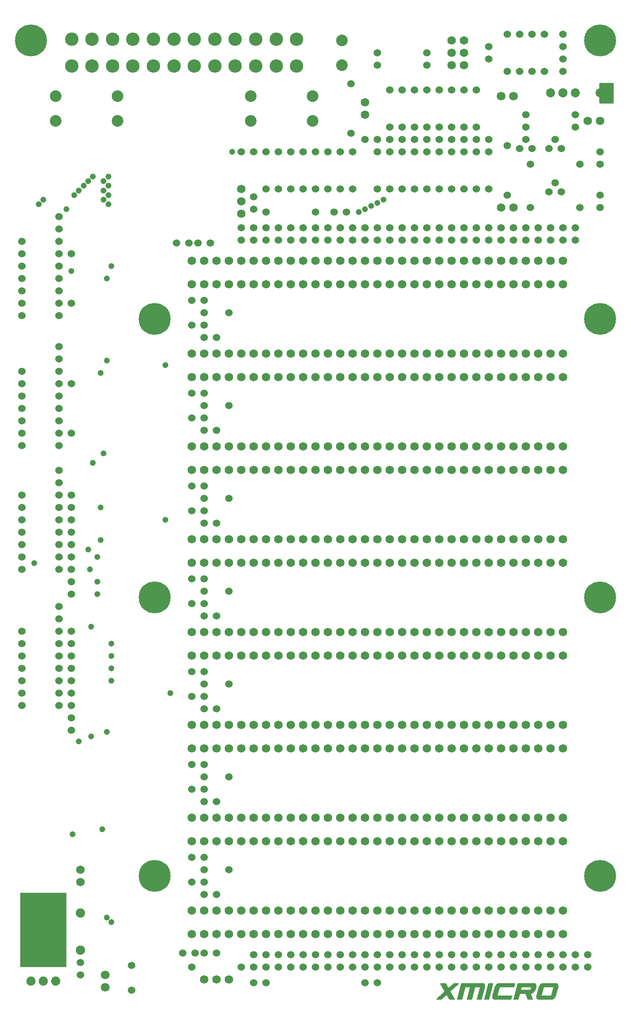
<source format=gts>
G75*
G70*
%OFA0B0*%
%FSLAX24Y24*%
%IPPOS*%
%LPD*%
%AMOC8*
5,1,8,0,0,1.08239X$1,22.5*
%
%ADD10C,0.0060*%
%ADD11R,0.3750X0.6000*%
%ADD12C,0.0160*%
%ADD13C,0.1080*%
%ADD14C,0.0600*%
%ADD15C,0.0680*%
%ADD16C,0.0710*%
%ADD17C,0.0940*%
%ADD18C,0.0740*%
%ADD19C,0.1458*%
%ADD20C,0.0749*%
%ADD21C,0.0730*%
%ADD22C,0.0476*%
%ADD23C,0.2580*%
D10*
X034931Y000679D02*
X035626Y001309D01*
X035258Y001960D01*
X035666Y001960D01*
X035888Y001554D01*
X035488Y001554D01*
X035521Y001496D02*
X036210Y001496D01*
X036274Y001554D02*
X035888Y001554D01*
X036329Y001960D01*
X036717Y001960D01*
X036018Y001319D01*
X036390Y000679D01*
X035978Y000679D01*
X035756Y001085D01*
X035319Y000679D01*
X034931Y000679D01*
X034993Y000735D02*
X035380Y000735D01*
X035443Y000794D02*
X035057Y000794D01*
X035122Y000852D02*
X035506Y000852D01*
X035569Y000911D02*
X035186Y000911D01*
X035251Y000969D02*
X035632Y000969D01*
X035695Y001028D02*
X035315Y001028D01*
X035380Y001086D02*
X036154Y001086D01*
X036187Y001028D02*
X035787Y001028D01*
X035819Y000969D02*
X036221Y000969D01*
X036255Y000911D02*
X035851Y000911D01*
X035883Y000852D02*
X036289Y000852D01*
X036323Y000794D02*
X035915Y000794D01*
X035947Y000735D02*
X036357Y000735D01*
X036621Y000679D02*
X036970Y000679D01*
X037231Y001689D01*
X037681Y001689D01*
X037416Y000679D01*
X037766Y000679D01*
X038027Y001689D01*
X038477Y001689D01*
X038212Y000679D01*
X038557Y000679D01*
X038809Y001647D01*
X038820Y001721D01*
X038820Y001795D01*
X038812Y001837D01*
X038795Y001876D01*
X038770Y001910D01*
X038742Y001933D01*
X038709Y001950D01*
X038674Y001959D01*
X038638Y001960D01*
X036952Y001960D01*
X036621Y000679D01*
X036635Y000735D02*
X036985Y000735D01*
X037000Y000794D02*
X036650Y000794D01*
X036665Y000852D02*
X037015Y000852D01*
X037030Y000911D02*
X036681Y000911D01*
X036696Y000969D02*
X037045Y000969D01*
X037060Y001028D02*
X036711Y001028D01*
X036726Y001086D02*
X037076Y001086D01*
X037091Y001145D02*
X036741Y001145D01*
X036756Y001203D02*
X037106Y001203D01*
X037121Y001262D02*
X036771Y001262D01*
X036786Y001320D02*
X037136Y001320D01*
X037151Y001379D02*
X036801Y001379D01*
X036816Y001437D02*
X037166Y001437D01*
X037181Y001496D02*
X036832Y001496D01*
X036847Y001554D02*
X037197Y001554D01*
X037212Y001613D02*
X036862Y001613D01*
X036877Y001671D02*
X037227Y001671D01*
X036892Y001730D02*
X038820Y001730D01*
X038820Y001788D02*
X036907Y001788D01*
X036922Y001847D02*
X038808Y001847D01*
X038773Y001905D02*
X036937Y001905D01*
X036657Y001905D02*
X036269Y001905D01*
X036206Y001847D02*
X036593Y001847D01*
X036529Y001788D02*
X036142Y001788D01*
X036079Y001730D02*
X036466Y001730D01*
X036402Y001671D02*
X036015Y001671D01*
X035952Y001613D02*
X036338Y001613D01*
X036146Y001437D02*
X035554Y001437D01*
X035587Y001379D02*
X036083Y001379D01*
X036019Y001320D02*
X035620Y001320D01*
X035573Y001262D02*
X036052Y001262D01*
X036086Y001203D02*
X035509Y001203D01*
X035444Y001145D02*
X036120Y001145D01*
X035856Y001613D02*
X035455Y001613D01*
X035421Y001671D02*
X035824Y001671D01*
X035792Y001730D02*
X035388Y001730D01*
X035355Y001788D02*
X035760Y001788D01*
X035728Y001847D02*
X035322Y001847D01*
X035289Y001905D02*
X035696Y001905D01*
X037600Y001379D02*
X037947Y001379D01*
X037962Y001437D02*
X037615Y001437D01*
X037631Y001496D02*
X037977Y001496D01*
X037992Y001554D02*
X037646Y001554D01*
X037661Y001613D02*
X038007Y001613D01*
X038022Y001671D02*
X037677Y001671D01*
X037585Y001320D02*
X037932Y001320D01*
X037917Y001262D02*
X037569Y001262D01*
X037554Y001203D02*
X037901Y001203D01*
X037886Y001145D02*
X037539Y001145D01*
X037523Y001086D02*
X037871Y001086D01*
X037856Y001028D02*
X037508Y001028D01*
X037492Y000969D02*
X037841Y000969D01*
X037826Y000911D02*
X037477Y000911D01*
X037462Y000852D02*
X037811Y000852D01*
X037795Y000794D02*
X037446Y000794D01*
X037431Y000735D02*
X037780Y000735D01*
X038227Y000735D02*
X038572Y000735D01*
X038587Y000794D02*
X038242Y000794D01*
X038257Y000852D02*
X038602Y000852D01*
X038618Y000911D02*
X038273Y000911D01*
X038288Y000969D02*
X038633Y000969D01*
X038648Y001028D02*
X038303Y001028D01*
X038319Y001086D02*
X038663Y001086D01*
X038678Y001145D02*
X038334Y001145D01*
X038350Y001203D02*
X038694Y001203D01*
X038709Y001262D02*
X038365Y001262D01*
X038380Y001320D02*
X038724Y001320D01*
X038739Y001379D02*
X038396Y001379D01*
X038411Y001437D02*
X038754Y001437D01*
X038769Y001496D02*
X038426Y001496D01*
X038442Y001554D02*
X038785Y001554D01*
X038800Y001613D02*
X038457Y001613D01*
X038472Y001671D02*
X038812Y001671D01*
X039050Y001613D02*
X039395Y001613D01*
X039410Y001671D02*
X039065Y001671D01*
X039080Y001730D02*
X039426Y001730D01*
X039441Y001788D02*
X039095Y001788D01*
X039110Y001847D02*
X039456Y001847D01*
X039471Y001905D02*
X039125Y001905D01*
X039140Y001960D02*
X038809Y000679D01*
X039154Y000679D01*
X039485Y001960D01*
X039140Y001960D01*
X039035Y001554D02*
X039380Y001554D01*
X039365Y001496D02*
X039020Y001496D01*
X039004Y001437D02*
X039350Y001437D01*
X039335Y001379D02*
X038989Y001379D01*
X038974Y001320D02*
X039320Y001320D01*
X039305Y001262D02*
X038959Y001262D01*
X038944Y001203D02*
X039290Y001203D01*
X039274Y001145D02*
X038929Y001145D01*
X038914Y001086D02*
X039259Y001086D01*
X039244Y001028D02*
X038899Y001028D01*
X038884Y000969D02*
X039229Y000969D01*
X039214Y000911D02*
X038868Y000911D01*
X038853Y000852D02*
X039199Y000852D01*
X039184Y000794D02*
X038838Y000794D01*
X038823Y000735D02*
X039169Y000735D01*
X039487Y000802D02*
X039477Y000847D01*
X039475Y000899D01*
X039481Y000950D01*
X039493Y001011D01*
X039650Y001631D01*
X039673Y001698D01*
X039705Y001760D01*
X039746Y001818D01*
X039795Y001869D01*
X039839Y001907D01*
X039889Y001936D01*
X039944Y001956D01*
X039972Y001960D01*
X039999Y001960D01*
X041260Y001960D01*
X041194Y001689D01*
X040016Y001689D01*
X039827Y000950D01*
X040998Y000950D01*
X040933Y000679D01*
X039638Y000679D01*
X039609Y000681D01*
X039581Y000690D01*
X039556Y000704D01*
X039533Y000723D01*
X039506Y000760D01*
X039487Y000802D01*
X039491Y000794D02*
X040960Y000794D01*
X040975Y000852D02*
X039477Y000852D01*
X039476Y000911D02*
X040989Y000911D01*
X040946Y000735D02*
X039525Y000735D01*
X039485Y000969D02*
X039831Y000969D01*
X039846Y001028D02*
X039497Y001028D01*
X039512Y001086D02*
X039861Y001086D01*
X039876Y001145D02*
X039527Y001145D01*
X039542Y001203D02*
X039891Y001203D01*
X039906Y001262D02*
X039556Y001262D01*
X039571Y001320D02*
X039921Y001320D01*
X039936Y001379D02*
X039586Y001379D01*
X039601Y001437D02*
X039951Y001437D01*
X039966Y001496D02*
X039616Y001496D01*
X039631Y001554D02*
X039981Y001554D01*
X039996Y001613D02*
X039646Y001613D01*
X039664Y001671D02*
X040011Y001671D01*
X039837Y001905D02*
X041246Y001905D01*
X041232Y001847D02*
X039774Y001847D01*
X039725Y001788D02*
X041218Y001788D01*
X041204Y001730D02*
X039690Y001730D01*
X041347Y001320D02*
X042816Y001320D01*
X042824Y001330D02*
X042756Y001256D01*
X042698Y001211D01*
X042633Y001178D01*
X042565Y001162D01*
X042496Y001154D01*
X042668Y000679D01*
X042322Y000679D01*
X042150Y001158D01*
X041650Y001158D01*
X041525Y000679D01*
X041180Y000679D01*
X041515Y001960D01*
X042758Y001960D01*
X042796Y001957D01*
X042833Y001947D01*
X042867Y001930D01*
X042898Y001907D01*
X042923Y001879D01*
X042944Y001848D01*
X042958Y001814D01*
X042966Y001778D01*
X042965Y001713D01*
X042954Y001649D01*
X042911Y001488D01*
X042899Y001449D01*
X042880Y001413D01*
X042824Y001330D01*
X042857Y001379D02*
X041363Y001379D01*
X041378Y001437D02*
X041729Y001437D01*
X041722Y001410D02*
X042552Y001410D01*
X042620Y001689D01*
X041790Y001689D01*
X041515Y001960D01*
X041790Y001689D01*
X041722Y001410D01*
X041743Y001496D02*
X041393Y001496D01*
X041408Y001554D02*
X041757Y001554D01*
X041772Y001613D02*
X041424Y001613D01*
X041439Y001671D02*
X041786Y001671D01*
X041749Y001730D02*
X042966Y001730D01*
X042964Y001788D02*
X041689Y001788D01*
X041470Y001788D01*
X041485Y001847D02*
X041630Y001847D01*
X042944Y001847D01*
X042900Y001905D02*
X041571Y001905D01*
X041500Y001905D01*
X041454Y001730D02*
X041749Y001730D01*
X041647Y001145D02*
X041301Y001145D01*
X041317Y001203D02*
X042682Y001203D01*
X042761Y001262D02*
X041332Y001262D01*
X041286Y001086D02*
X041631Y001086D01*
X041616Y001028D02*
X041271Y001028D01*
X041256Y000969D02*
X041601Y000969D01*
X041586Y000911D02*
X041240Y000911D01*
X041225Y000852D02*
X041570Y000852D01*
X041555Y000794D02*
X041210Y000794D01*
X041194Y000735D02*
X041540Y000735D01*
X042218Y000969D02*
X042563Y000969D01*
X042584Y000911D02*
X042239Y000911D01*
X042260Y000852D02*
X042605Y000852D01*
X042626Y000794D02*
X042281Y000794D01*
X042302Y000735D02*
X042647Y000735D01*
X042542Y001028D02*
X042197Y001028D01*
X042176Y001086D02*
X042521Y001086D01*
X042499Y001145D02*
X042155Y001145D01*
X042559Y001437D02*
X042892Y001437D01*
X042914Y001496D02*
X042573Y001496D01*
X042587Y001554D02*
X042929Y001554D01*
X042945Y001613D02*
X042602Y001613D01*
X042616Y001671D02*
X042958Y001671D01*
X043200Y001613D02*
X043545Y001613D01*
X043560Y001671D02*
X043220Y001671D01*
X043235Y001709D02*
X043205Y001631D01*
X043038Y001002D01*
X043030Y000963D01*
X043026Y000869D01*
X043032Y000825D01*
X043046Y000783D01*
X043056Y000757D01*
X043073Y000734D01*
X043093Y000714D01*
X043117Y000698D01*
X043143Y000686D01*
X043171Y000681D01*
X043199Y000679D01*
X044213Y000679D01*
X044254Y000680D01*
X044294Y000688D01*
X044333Y000705D01*
X044368Y000727D01*
X044417Y000766D01*
X044460Y000811D01*
X044503Y000867D01*
X044537Y000929D01*
X044561Y000996D01*
X044733Y001655D01*
X044741Y001709D01*
X044741Y001764D01*
X044736Y001809D01*
X044723Y001853D01*
X044705Y001887D01*
X044680Y001917D01*
X044648Y001939D01*
X044612Y001954D01*
X044574Y001960D01*
X043585Y001960D01*
X043565Y001689D01*
X043585Y001960D01*
X043542Y001960D01*
X043488Y001952D01*
X043436Y001934D01*
X043389Y001906D01*
X043327Y001848D01*
X043276Y001781D01*
X043235Y001709D01*
X043246Y001730D02*
X043568Y001730D01*
X044741Y001730D01*
X044738Y001788D02*
X043572Y001788D01*
X043281Y001788D01*
X043326Y001847D02*
X043577Y001847D01*
X044725Y001847D01*
X044690Y001905D02*
X043581Y001905D01*
X043388Y001905D01*
X043565Y001689D02*
X044397Y001689D01*
X044202Y000950D01*
X043370Y000950D01*
X043565Y001689D01*
X043529Y001554D02*
X043185Y001554D01*
X043169Y001496D02*
X043514Y001496D01*
X043498Y001437D02*
X043154Y001437D01*
X043138Y001379D02*
X043483Y001379D01*
X043467Y001320D02*
X043123Y001320D01*
X043107Y001262D02*
X043452Y001262D01*
X043436Y001203D02*
X043091Y001203D01*
X043076Y001145D02*
X043421Y001145D01*
X043405Y001086D02*
X043060Y001086D01*
X043045Y001028D02*
X043390Y001028D01*
X043375Y000969D02*
X043031Y000969D01*
X043028Y000911D02*
X044527Y000911D01*
X044551Y000969D02*
X044207Y000969D01*
X044222Y001028D02*
X044570Y001028D01*
X044585Y001086D02*
X044238Y001086D01*
X044253Y001145D02*
X044600Y001145D01*
X044615Y001203D02*
X044269Y001203D01*
X044284Y001262D02*
X044630Y001262D01*
X044646Y001320D02*
X044300Y001320D01*
X044315Y001379D02*
X044661Y001379D01*
X044676Y001437D02*
X044331Y001437D01*
X044346Y001496D02*
X044691Y001496D01*
X044707Y001554D02*
X044362Y001554D01*
X044377Y001613D02*
X044722Y001613D01*
X044735Y001671D02*
X044393Y001671D01*
X044491Y000852D02*
X043028Y000852D01*
X043042Y000794D02*
X044443Y000794D01*
X044378Y000735D02*
X043072Y000735D01*
D11*
X003150Y006275D03*
D12*
X048150Y073150D02*
X049150Y073150D01*
X049150Y074650D01*
X048150Y074650D01*
X048150Y073150D01*
X048150Y073219D02*
X049150Y073219D01*
X049150Y073377D02*
X048150Y073377D01*
X048150Y073536D02*
X049150Y073536D01*
X049150Y073694D02*
X048150Y073694D01*
X048150Y073853D02*
X049150Y073853D01*
X049150Y074011D02*
X048150Y074011D01*
X048150Y074170D02*
X049150Y074170D01*
X049150Y074328D02*
X048150Y074328D01*
X048150Y074487D02*
X049150Y074487D01*
X049150Y074645D02*
X048150Y074645D01*
D13*
X023619Y076067D03*
X021966Y076067D03*
X020312Y076067D03*
X018659Y076067D03*
X017005Y076067D03*
X015352Y076067D03*
X013698Y076067D03*
X012045Y076067D03*
X010391Y076067D03*
X008738Y076067D03*
X007084Y076067D03*
X005431Y076067D03*
X005431Y078233D03*
X007084Y078233D03*
X008738Y078233D03*
X010391Y078233D03*
X012045Y078233D03*
X013698Y078233D03*
X015352Y078233D03*
X017005Y078233D03*
X018659Y078233D03*
X020312Y078233D03*
X021966Y078233D03*
X023619Y078233D03*
D14*
X028025Y074650D03*
X030150Y076150D03*
X030150Y077150D03*
X031150Y074150D03*
X032150Y074150D03*
X033150Y074150D03*
X034150Y074150D03*
X035150Y074150D03*
X036150Y074150D03*
X037150Y074150D03*
X038150Y074150D03*
X039150Y076650D03*
X039150Y077650D03*
X040650Y078650D03*
X041650Y078650D03*
X042650Y078650D03*
X043650Y078650D03*
X045150Y078650D03*
X045150Y077650D03*
X045150Y076650D03*
X045150Y075650D03*
X043650Y075650D03*
X042650Y075650D03*
X041650Y075650D03*
X040650Y075650D03*
X042150Y072150D03*
X042150Y071150D03*
X042150Y070150D03*
X041650Y069400D03*
X042650Y069400D03*
X042525Y068150D03*
X044025Y069400D03*
X044525Y070150D03*
X045025Y069400D03*
X046150Y071150D03*
X046150Y072150D03*
X048150Y069150D03*
X048150Y068150D03*
X046525Y068150D03*
X045025Y065900D03*
X044525Y066650D03*
X044025Y065900D03*
X042525Y064650D03*
X042150Y063025D03*
X042150Y062025D03*
X043150Y062025D03*
X043150Y063025D03*
X044150Y063025D03*
X044150Y062025D03*
X045150Y062025D03*
X045150Y063025D03*
X046150Y063025D03*
X046150Y062025D03*
X046525Y064650D03*
X048150Y064650D03*
X048150Y065650D03*
X041150Y063025D03*
X041150Y062025D03*
X040150Y062025D03*
X040150Y063025D03*
X039150Y063025D03*
X039150Y062025D03*
X038150Y062025D03*
X038150Y063025D03*
X037150Y063025D03*
X037150Y062025D03*
X036150Y062025D03*
X036150Y063025D03*
X035150Y063025D03*
X035150Y062025D03*
X034150Y062025D03*
X034150Y063025D03*
X033150Y063025D03*
X033150Y062025D03*
X032150Y062025D03*
X032150Y063025D03*
X031150Y063025D03*
X031150Y062025D03*
X030150Y062025D03*
X030150Y063025D03*
X029150Y063025D03*
X029150Y062025D03*
X028150Y062025D03*
X028150Y063025D03*
X027150Y063025D03*
X027150Y062025D03*
X026150Y062025D03*
X026150Y063025D03*
X025150Y063025D03*
X025150Y062025D03*
X024150Y062025D03*
X024150Y063025D03*
X023150Y063025D03*
X023150Y062025D03*
X022150Y062025D03*
X022150Y063025D03*
X021150Y063025D03*
X021150Y062025D03*
X020150Y062025D03*
X020150Y063025D03*
X019150Y063025D03*
X019150Y062025D03*
X020150Y064525D03*
X020150Y065525D03*
X021150Y066150D03*
X022150Y066150D03*
X023150Y066150D03*
X024150Y066150D03*
X025150Y066150D03*
X026150Y066150D03*
X027150Y066150D03*
X028150Y066150D03*
X027650Y064275D03*
X026650Y064275D03*
X025150Y064275D03*
X025150Y069150D03*
X024150Y069150D03*
X023150Y069150D03*
X022150Y069150D03*
X021150Y069150D03*
X020150Y069150D03*
X019150Y069150D03*
X021150Y064275D03*
X016650Y061775D03*
X015650Y061775D03*
X014900Y061775D03*
X013900Y061775D03*
X015150Y057150D03*
X016150Y057150D03*
X016150Y056150D03*
X016150Y055150D03*
X016150Y054150D03*
X015150Y055150D03*
X017150Y054150D03*
X018150Y056150D03*
X016150Y049650D03*
X016150Y048650D03*
X016150Y047650D03*
X016150Y046650D03*
X015150Y047650D03*
X015150Y049650D03*
X017150Y046650D03*
X018150Y048650D03*
X016150Y042150D03*
X016150Y041150D03*
X016150Y040150D03*
X015150Y040150D03*
X016150Y039150D03*
X017150Y039150D03*
X018150Y041150D03*
X015150Y042150D03*
X015150Y034650D03*
X016150Y034650D03*
X016150Y033650D03*
X016150Y032650D03*
X016150Y031650D03*
X015150Y032650D03*
X017150Y031650D03*
X018150Y033650D03*
X016150Y027150D03*
X016150Y026150D03*
X016150Y025150D03*
X016150Y024150D03*
X015150Y025150D03*
X015150Y027150D03*
X017150Y024150D03*
X018150Y026150D03*
X016150Y019650D03*
X016150Y018650D03*
X015150Y019650D03*
X015150Y017650D03*
X016150Y017650D03*
X016150Y016650D03*
X017150Y016650D03*
X018150Y018650D03*
X016150Y012150D03*
X015150Y012150D03*
X016150Y011150D03*
X016150Y010150D03*
X016150Y009150D03*
X015150Y010150D03*
X017150Y009150D03*
X018150Y011150D03*
X017150Y004400D03*
X016150Y004400D03*
X015400Y004400D03*
X015150Y003275D03*
X014400Y004400D03*
X010275Y003400D03*
X010275Y001400D03*
X006150Y002650D03*
X006150Y003650D03*
X005400Y022400D03*
X005400Y023400D03*
X005400Y024400D03*
X005400Y025400D03*
X005400Y026400D03*
X004400Y026400D03*
X004400Y025400D03*
X004400Y024400D03*
X004400Y027400D03*
X004400Y028400D03*
X004400Y029400D03*
X004400Y030400D03*
X005400Y030400D03*
X005400Y029400D03*
X005400Y028400D03*
X005400Y027400D03*
X004400Y031400D03*
X004400Y032400D03*
X005400Y033400D03*
X005400Y034400D03*
X005400Y035400D03*
X005400Y036400D03*
X005400Y037400D03*
X005400Y038400D03*
X004400Y038400D03*
X004400Y037400D03*
X004400Y036400D03*
X004400Y035400D03*
X004400Y039400D03*
X004400Y040400D03*
X004400Y041400D03*
X004400Y042400D03*
X005400Y041400D03*
X005400Y040400D03*
X005400Y039400D03*
X004400Y043400D03*
X004400Y045400D03*
X004400Y046400D03*
X005400Y046400D03*
X004400Y047400D03*
X004400Y048400D03*
X004400Y049400D03*
X004400Y050400D03*
X005400Y050400D03*
X004400Y051400D03*
X004400Y052400D03*
X004400Y053400D03*
X004400Y055900D03*
X004400Y056900D03*
X005400Y056900D03*
X004400Y057900D03*
X004400Y058900D03*
X004400Y059900D03*
X004400Y060900D03*
X005400Y060900D03*
X004400Y061900D03*
X004400Y062900D03*
X004400Y063900D03*
X001400Y061900D03*
X001400Y060900D03*
X001400Y059900D03*
X001400Y058900D03*
X001400Y057900D03*
X001400Y056900D03*
X001400Y055900D03*
X001400Y051400D03*
X001400Y050400D03*
X001400Y049400D03*
X001400Y048400D03*
X001400Y047400D03*
X001400Y046400D03*
X001400Y045400D03*
X001400Y041400D03*
X001400Y040400D03*
X001400Y039400D03*
X001400Y038400D03*
X001400Y037400D03*
X001400Y036400D03*
X001400Y035400D03*
X001400Y030400D03*
X001400Y029400D03*
X001400Y028400D03*
X001400Y027400D03*
X001400Y026400D03*
X001400Y025400D03*
X001400Y024400D03*
X019150Y003275D03*
X020150Y003275D03*
X020150Y004275D03*
X021150Y004275D03*
X021150Y003275D03*
X022150Y003275D03*
X022150Y004275D03*
X023150Y004275D03*
X023150Y003275D03*
X024150Y003275D03*
X024150Y004275D03*
X025150Y004275D03*
X025150Y003275D03*
X026150Y003275D03*
X026150Y004275D03*
X027150Y004275D03*
X027150Y003275D03*
X028150Y003275D03*
X028150Y004275D03*
X029150Y004275D03*
X029150Y003275D03*
X030150Y003275D03*
X030150Y004275D03*
X031150Y004275D03*
X031150Y003275D03*
X032150Y003275D03*
X032150Y004275D03*
X033150Y004275D03*
X033150Y003275D03*
X034150Y003275D03*
X034150Y004275D03*
X035150Y004275D03*
X035150Y003275D03*
X036150Y003275D03*
X036150Y004275D03*
X037150Y004275D03*
X037150Y003275D03*
X038150Y003275D03*
X038150Y004275D03*
X039150Y004275D03*
X039150Y003275D03*
X040150Y003275D03*
X040150Y004275D03*
X041150Y004275D03*
X041150Y003275D03*
X042150Y003275D03*
X042150Y004275D03*
X043150Y004275D03*
X043150Y003275D03*
X044150Y003275D03*
X044150Y004275D03*
X045150Y004275D03*
X045150Y003275D03*
X046150Y003275D03*
X046150Y004275D03*
X047150Y004275D03*
X047150Y003275D03*
X030150Y002025D03*
X029150Y002025D03*
X021150Y002025D03*
X020150Y002025D03*
X040650Y065650D03*
X039150Y066150D03*
X038150Y066150D03*
X037150Y066150D03*
X036150Y066150D03*
X035150Y066150D03*
X034150Y066150D03*
X033150Y066150D03*
X032150Y066150D03*
X031150Y066150D03*
X030150Y066150D03*
X030150Y069150D03*
X030150Y070150D03*
X029150Y070150D03*
X028150Y069150D03*
X028025Y070650D03*
X027150Y069150D03*
X026150Y069150D03*
X031150Y069150D03*
X031150Y070150D03*
X031150Y071150D03*
X032150Y071150D03*
X032150Y070150D03*
X032150Y069150D03*
X033150Y069150D03*
X033150Y070150D03*
X033150Y071150D03*
X034150Y071150D03*
X034150Y070150D03*
X034150Y069150D03*
X035150Y069150D03*
X035150Y070150D03*
X035150Y071150D03*
X036150Y071150D03*
X036150Y070150D03*
X036150Y069150D03*
X037150Y069150D03*
X037150Y070150D03*
X037150Y071150D03*
X038150Y071150D03*
X038150Y070150D03*
X038150Y069150D03*
X039150Y069150D03*
X039150Y070150D03*
X040650Y069650D03*
X034150Y076150D03*
X034150Y077150D03*
D15*
X036150Y077150D03*
X036150Y078150D03*
X037150Y078150D03*
X037150Y077150D03*
X037150Y076150D03*
X036150Y076150D03*
X029150Y073150D03*
X029150Y072150D03*
X029150Y060355D03*
X028150Y060355D03*
X027150Y060355D03*
X026150Y060355D03*
X025150Y060355D03*
X024150Y060355D03*
X023150Y060355D03*
X022150Y060355D03*
X021150Y060355D03*
X020150Y060355D03*
X019150Y060355D03*
X018150Y060355D03*
X017150Y060355D03*
X016150Y060355D03*
X015150Y060355D03*
X015150Y058445D03*
X016150Y058445D03*
X017150Y058445D03*
X018150Y058445D03*
X019150Y058445D03*
X020150Y058445D03*
X021150Y058445D03*
X022150Y058445D03*
X023150Y058445D03*
X024150Y058445D03*
X025150Y058445D03*
X026150Y058445D03*
X027150Y058445D03*
X028150Y058445D03*
X029150Y058445D03*
X030150Y058445D03*
X031150Y058445D03*
X032150Y058445D03*
X033150Y058445D03*
X034150Y058445D03*
X035150Y058445D03*
X036150Y058445D03*
X037150Y058445D03*
X038150Y058445D03*
X039150Y058445D03*
X040150Y058445D03*
X041150Y058445D03*
X042150Y058445D03*
X043150Y058445D03*
X044150Y058445D03*
X045150Y058445D03*
X045150Y060355D03*
X044150Y060355D03*
X043150Y060355D03*
X042150Y060355D03*
X041150Y060355D03*
X040150Y060355D03*
X039150Y060355D03*
X038150Y060355D03*
X037150Y060355D03*
X036150Y060355D03*
X035150Y060355D03*
X034150Y060355D03*
X033150Y060355D03*
X032150Y060355D03*
X031150Y060355D03*
X030150Y060355D03*
X030150Y052855D03*
X029150Y052855D03*
X028150Y052855D03*
X027150Y052855D03*
X026150Y052855D03*
X025150Y052855D03*
X024150Y052855D03*
X023150Y052855D03*
X022150Y052855D03*
X021150Y052855D03*
X020150Y052855D03*
X019150Y052855D03*
X018150Y052855D03*
X017150Y052855D03*
X016150Y052855D03*
X015150Y052855D03*
X015150Y050945D03*
X016150Y050945D03*
X017150Y050945D03*
X018150Y050945D03*
X019150Y050945D03*
X020150Y050945D03*
X021150Y050945D03*
X022150Y050945D03*
X023150Y050945D03*
X024150Y050945D03*
X025150Y050945D03*
X026150Y050945D03*
X027150Y050945D03*
X028150Y050945D03*
X029150Y050945D03*
X030150Y050945D03*
X031150Y050945D03*
X032150Y050945D03*
X033150Y050945D03*
X034150Y050945D03*
X035150Y050945D03*
X036150Y050945D03*
X037150Y050945D03*
X038150Y050945D03*
X039150Y050945D03*
X040150Y050945D03*
X041150Y050945D03*
X042150Y050945D03*
X043150Y050945D03*
X044150Y050945D03*
X045150Y050945D03*
X045150Y052855D03*
X044150Y052855D03*
X043150Y052855D03*
X042150Y052855D03*
X041150Y052855D03*
X040150Y052855D03*
X039150Y052855D03*
X038150Y052855D03*
X037150Y052855D03*
X036150Y052855D03*
X035150Y052855D03*
X034150Y052855D03*
X033150Y052855D03*
X032150Y052855D03*
X031150Y052855D03*
X031150Y045355D03*
X030150Y045355D03*
X029150Y045355D03*
X028150Y045355D03*
X027150Y045355D03*
X026150Y045355D03*
X025150Y045355D03*
X024150Y045355D03*
X023150Y045355D03*
X022150Y045355D03*
X021150Y045355D03*
X020150Y045355D03*
X019150Y045355D03*
X018150Y045355D03*
X017150Y045355D03*
X016150Y045355D03*
X015150Y045355D03*
X015150Y043445D03*
X016150Y043445D03*
X017150Y043445D03*
X018150Y043445D03*
X019150Y043445D03*
X020150Y043445D03*
X021150Y043445D03*
X022150Y043445D03*
X023150Y043445D03*
X024150Y043445D03*
X025150Y043445D03*
X026150Y043445D03*
X027150Y043445D03*
X028150Y043445D03*
X029150Y043445D03*
X030150Y043445D03*
X031150Y043445D03*
X032150Y043445D03*
X033150Y043445D03*
X034150Y043445D03*
X035150Y043445D03*
X036150Y043445D03*
X037150Y043445D03*
X038150Y043445D03*
X039150Y043445D03*
X040150Y043445D03*
X041150Y043445D03*
X042150Y043445D03*
X043150Y043445D03*
X044150Y043445D03*
X045150Y043445D03*
X045150Y045355D03*
X044150Y045355D03*
X043150Y045355D03*
X042150Y045355D03*
X041150Y045355D03*
X040150Y045355D03*
X039150Y045355D03*
X038150Y045355D03*
X037150Y045355D03*
X036150Y045355D03*
X035150Y045355D03*
X034150Y045355D03*
X033150Y045355D03*
X032150Y045355D03*
X032150Y037855D03*
X031150Y037855D03*
X030150Y037855D03*
X029150Y037855D03*
X028150Y037855D03*
X027150Y037855D03*
X026150Y037855D03*
X025150Y037855D03*
X024150Y037855D03*
X023150Y037855D03*
X022150Y037855D03*
X021150Y037855D03*
X020150Y037855D03*
X019150Y037855D03*
X018150Y037855D03*
X017150Y037855D03*
X016150Y037855D03*
X015150Y037855D03*
X015150Y035945D03*
X016150Y035945D03*
X017150Y035945D03*
X018150Y035945D03*
X019150Y035945D03*
X020150Y035945D03*
X021150Y035945D03*
X022150Y035945D03*
X023150Y035945D03*
X024150Y035945D03*
X025150Y035945D03*
X026150Y035945D03*
X027150Y035945D03*
X028150Y035945D03*
X029150Y035945D03*
X030150Y035945D03*
X031150Y035945D03*
X032150Y035945D03*
X033150Y035945D03*
X034150Y035945D03*
X035150Y035945D03*
X036150Y035945D03*
X037150Y035945D03*
X038150Y035945D03*
X039150Y035945D03*
X040150Y035945D03*
X041150Y035945D03*
X042150Y035945D03*
X043150Y035945D03*
X044150Y035945D03*
X045150Y035945D03*
X045150Y037855D03*
X044150Y037855D03*
X043150Y037855D03*
X042150Y037855D03*
X041150Y037855D03*
X040150Y037855D03*
X039150Y037855D03*
X038150Y037855D03*
X037150Y037855D03*
X036150Y037855D03*
X035150Y037855D03*
X034150Y037855D03*
X033150Y037855D03*
X033150Y030355D03*
X032150Y030355D03*
X031150Y030355D03*
X030150Y030355D03*
X029150Y030355D03*
X028150Y030355D03*
X027150Y030355D03*
X026150Y030355D03*
X025150Y030355D03*
X024150Y030355D03*
X023150Y030355D03*
X022150Y030355D03*
X021150Y030355D03*
X020150Y030355D03*
X019150Y030355D03*
X018150Y030355D03*
X017150Y030355D03*
X016150Y030355D03*
X015150Y030355D03*
X015150Y028445D03*
X016150Y028445D03*
X017150Y028445D03*
X018150Y028445D03*
X019150Y028445D03*
X020150Y028445D03*
X021150Y028445D03*
X022150Y028445D03*
X023150Y028445D03*
X024150Y028445D03*
X025150Y028445D03*
X026150Y028445D03*
X027150Y028445D03*
X028150Y028445D03*
X029150Y028445D03*
X030150Y028445D03*
X031150Y028445D03*
X032150Y028445D03*
X033150Y028445D03*
X034150Y028445D03*
X035150Y028445D03*
X036150Y028445D03*
X037150Y028445D03*
X038150Y028445D03*
X039150Y028445D03*
X040150Y028445D03*
X041150Y028445D03*
X042150Y028445D03*
X043150Y028445D03*
X044150Y028445D03*
X045150Y028445D03*
X045150Y030355D03*
X044150Y030355D03*
X043150Y030355D03*
X042150Y030355D03*
X041150Y030355D03*
X040150Y030355D03*
X039150Y030355D03*
X038150Y030355D03*
X037150Y030355D03*
X036150Y030355D03*
X035150Y030355D03*
X034150Y030355D03*
X034150Y022855D03*
X033150Y022855D03*
X032150Y022855D03*
X031150Y022855D03*
X030150Y022855D03*
X029150Y022855D03*
X028150Y022855D03*
X027150Y022855D03*
X026150Y022855D03*
X025150Y022855D03*
X024150Y022855D03*
X023150Y022855D03*
X022150Y022855D03*
X021150Y022855D03*
X020150Y022855D03*
X019150Y022855D03*
X018150Y022855D03*
X017150Y022855D03*
X016150Y022855D03*
X015150Y022855D03*
X015150Y020945D03*
X016150Y020945D03*
X017150Y020945D03*
X018150Y020945D03*
X019150Y020945D03*
X020150Y020945D03*
X021150Y020945D03*
X022150Y020945D03*
X023150Y020945D03*
X024150Y020945D03*
X025150Y020945D03*
X026150Y020945D03*
X027150Y020945D03*
X028150Y020945D03*
X029150Y020945D03*
X030150Y020945D03*
X031150Y020945D03*
X032150Y020945D03*
X033150Y020945D03*
X034150Y020945D03*
X035150Y020945D03*
X036150Y020945D03*
X037150Y020945D03*
X038150Y020945D03*
X039150Y020945D03*
X040150Y020945D03*
X041150Y020945D03*
X042150Y020945D03*
X043150Y020945D03*
X044150Y020945D03*
X045150Y020945D03*
X045150Y022855D03*
X044150Y022855D03*
X043150Y022855D03*
X042150Y022855D03*
X041150Y022855D03*
X040150Y022855D03*
X039150Y022855D03*
X038150Y022855D03*
X037150Y022855D03*
X036150Y022855D03*
X035150Y022855D03*
X035150Y015355D03*
X036150Y015355D03*
X037150Y015355D03*
X038150Y015355D03*
X039150Y015355D03*
X040150Y015355D03*
X041150Y015355D03*
X042150Y015355D03*
X043150Y015355D03*
X044150Y015355D03*
X045150Y015355D03*
X045150Y013445D03*
X044150Y013445D03*
X043150Y013445D03*
X042150Y013445D03*
X041150Y013445D03*
X040150Y013445D03*
X039150Y013445D03*
X038150Y013445D03*
X037150Y013445D03*
X036150Y013445D03*
X035150Y013445D03*
X034150Y013445D03*
X033150Y013445D03*
X032150Y013445D03*
X031150Y013445D03*
X030150Y013445D03*
X029150Y013445D03*
X028150Y013445D03*
X027150Y013445D03*
X026150Y013445D03*
X025150Y013445D03*
X024150Y013445D03*
X023150Y013445D03*
X022150Y013445D03*
X021150Y013445D03*
X020150Y013445D03*
X019150Y013445D03*
X018150Y013445D03*
X017150Y013445D03*
X016150Y013445D03*
X015150Y013445D03*
X015150Y015355D03*
X016150Y015355D03*
X017150Y015355D03*
X018150Y015355D03*
X019150Y015355D03*
X020150Y015355D03*
X021150Y015355D03*
X022150Y015355D03*
X023150Y015355D03*
X024150Y015355D03*
X025150Y015355D03*
X026150Y015355D03*
X027150Y015355D03*
X028150Y015355D03*
X029150Y015355D03*
X030150Y015355D03*
X031150Y015355D03*
X032150Y015355D03*
X033150Y015355D03*
X034150Y015355D03*
X034150Y007855D03*
X033150Y007855D03*
X032150Y007855D03*
X031150Y007855D03*
X030150Y007855D03*
X029150Y007855D03*
X028150Y007855D03*
X027150Y007855D03*
X026150Y007855D03*
X025150Y007855D03*
X024150Y007855D03*
X023150Y007855D03*
X022150Y007855D03*
X021150Y007855D03*
X020150Y007855D03*
X019150Y007855D03*
X018150Y007855D03*
X017150Y007855D03*
X016150Y007855D03*
X015150Y007855D03*
X015150Y005945D03*
X016150Y005945D03*
X017150Y005945D03*
X018150Y005945D03*
X019150Y005945D03*
X020150Y005945D03*
X021150Y005945D03*
X022150Y005945D03*
X023150Y005945D03*
X024150Y005945D03*
X025150Y005945D03*
X026150Y005945D03*
X027150Y005945D03*
X028150Y005945D03*
X029150Y005945D03*
X030150Y005945D03*
X031150Y005945D03*
X032150Y005945D03*
X033150Y005945D03*
X034150Y005945D03*
X035150Y005945D03*
X036150Y005945D03*
X037150Y005945D03*
X038150Y005945D03*
X039150Y005945D03*
X040150Y005945D03*
X041150Y005945D03*
X042150Y005945D03*
X043150Y005945D03*
X044150Y005945D03*
X045150Y005945D03*
X045150Y007855D03*
X044150Y007855D03*
X043150Y007855D03*
X042150Y007855D03*
X041150Y007855D03*
X040150Y007855D03*
X039150Y007855D03*
X038150Y007855D03*
X037150Y007855D03*
X036150Y007855D03*
X035150Y007855D03*
X018150Y002275D03*
X017150Y002275D03*
X016150Y002275D03*
X006150Y010150D03*
X006150Y011150D03*
X019150Y064150D03*
X019150Y065150D03*
X019150Y066150D03*
X040150Y064650D03*
X041150Y064650D03*
X047150Y071650D03*
X048150Y071650D03*
D16*
X041150Y073650D03*
X040150Y073650D03*
X008150Y002650D03*
X008150Y001650D03*
D17*
X009150Y071650D03*
X009150Y073650D03*
X004150Y073650D03*
X004150Y071650D03*
X019900Y071650D03*
X019900Y073650D03*
X024900Y073650D03*
X024900Y071650D03*
X027275Y076150D03*
X027275Y078150D03*
D18*
X002150Y002150D03*
X003150Y002150D03*
X004150Y002150D03*
D19*
X003150Y008050D03*
D20*
X006150Y007650D03*
X006150Y004650D03*
D21*
X044150Y073900D03*
X045150Y073900D03*
X046150Y073900D03*
X048150Y073900D03*
D22*
X030650Y065275D03*
X030150Y065025D03*
X029650Y064775D03*
X029150Y064525D03*
X028650Y064275D03*
X018400Y069150D03*
X008650Y059900D03*
X008275Y058900D03*
X005400Y059525D03*
X005025Y064525D03*
X005650Y065650D03*
X006025Y066025D03*
X006400Y066400D03*
X006775Y066775D03*
X007150Y067150D03*
X008025Y066775D03*
X008400Y066400D03*
X008025Y066025D03*
X008400Y065650D03*
X008025Y065275D03*
X008400Y064900D03*
X008400Y067150D03*
X003150Y065275D03*
X002775Y064900D03*
X008275Y052275D03*
X007775Y051275D03*
X008025Y044775D03*
X007150Y044025D03*
X007775Y040400D03*
X007775Y037775D03*
X006775Y037025D03*
X007525Y036400D03*
X006900Y035400D03*
X007525Y034400D03*
X007525Y033400D03*
X007025Y030775D03*
X008650Y029400D03*
X008650Y028400D03*
X008650Y027400D03*
X008650Y026400D03*
X008275Y022275D03*
X007025Y021900D03*
X006025Y021525D03*
X007900Y014400D03*
X005525Y014025D03*
X008275Y007275D03*
X008650Y006900D03*
X013400Y025400D03*
X013025Y039400D03*
X013025Y051900D03*
X002400Y035900D03*
D23*
X012150Y033150D03*
X012150Y010650D03*
X012150Y055650D03*
X002150Y078150D03*
X048150Y078150D03*
X048150Y055650D03*
X048150Y033150D03*
X048150Y010650D03*
M02*

</source>
